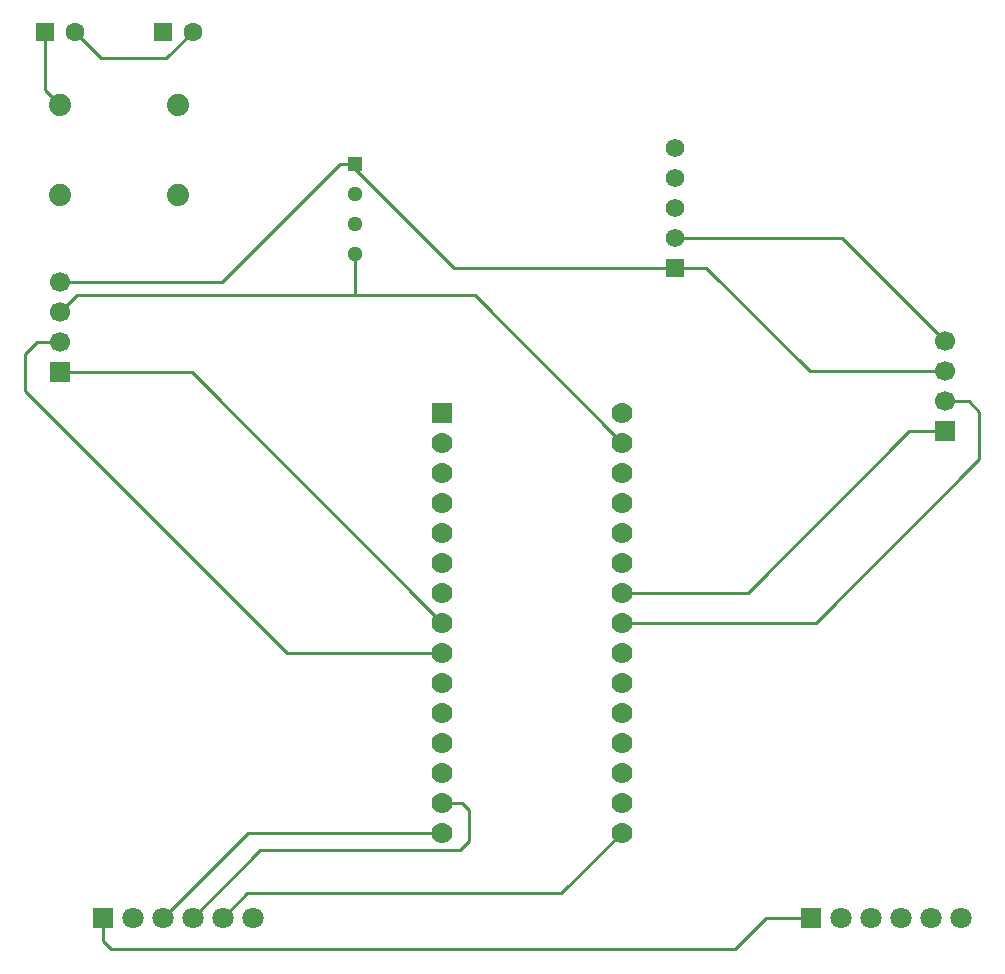
<source format=gtl>
G04 Layer: TopLayer*
G04 EasyEDA v6.3.22, 2020-03-31T08:42:04+02:00*
G04 b3c3d6b0667040ab911614f37c22b570,3b99274aeb534a2f9f455a051d55cec3,10*
G04 Gerber Generator version 0.2*
G04 Scale: 100 percent, Rotated: No, Reflected: No *
G04 Dimensions in millimeters *
G04 leading zeros omitted , absolute positions ,3 integer and 3 decimal *
%FSLAX33Y33*%
%MOMM*%
G90*
G71D02*

%ADD10C,0.254000*%
%ADD11C,0.259994*%
%ADD12C,1.574800*%
%ADD13R,1.574800X1.574800*%
%ADD14R,1.295400X1.295400*%
%ADD15C,1.295400*%
%ADD16R,1.699997X1.699997*%
%ADD17C,1.699997*%
%ADD18C,1.799996*%
%ADD19R,1.799996X1.799996*%
%ADD20R,1.778000X1.778000*%
%ADD21C,1.778000*%
%ADD22R,1.599997X1.599997*%
%ADD23C,1.599997*%
%ADD24C,1.879600*%

%LPD*%
G54D11*
G01X9999Y73810D02*
G01X8729Y75080D01*
G01X8729Y80000D01*
G01X42379Y12220D02*
G01X25951Y12220D01*
G01X18729Y4998D01*
G01X42379Y14760D02*
G01X44091Y14760D01*
G01X44704Y14148D01*
G01X44704Y11481D01*
G01X43921Y10698D01*
G01X26969Y10698D01*
G01X21269Y4998D01*
G01X9999Y53728D02*
G01X8084Y53728D01*
G01X7112Y52756D01*
G01X7112Y49581D01*
G01X29232Y27460D01*
G01X42379Y27460D01*
G01X42379Y30000D02*
G01X21188Y51188D01*
G01X9999Y51188D01*
G01X72118Y4998D02*
G01X69844Y4998D01*
G01X67183Y2337D01*
G01X14351Y2337D01*
G01X13649Y3038D01*
G01X13649Y4998D01*
G01X73649Y4998D02*
G01X72118Y4998D01*
G01X85001Y53810D02*
G01X76276Y62535D01*
G01X62103Y62535D01*
G01X35001Y57709D02*
G01X35001Y61188D01*
G01X57619Y45240D02*
G01X45151Y57709D01*
G01X35001Y57709D01*
G01X35001Y57709D02*
G01X11440Y57709D01*
G01X9999Y56268D01*
G01X11269Y80000D02*
G01X13495Y77775D01*
G01X19044Y77775D01*
G01X21269Y80000D01*
G01X85001Y51270D02*
G01X73494Y51270D01*
G01X64770Y59995D01*
G01X63522Y59995D01*
G01X62103Y59995D02*
G01X63522Y59995D01*
G01X9999Y58808D02*
G01X23721Y58808D01*
G01X33721Y68808D01*
G01X35001Y68808D02*
G01X34551Y68808D01*
G01X34551Y68808D02*
G01X33721Y68808D01*
G01X34551Y68808D02*
G01X43365Y59995D01*
G01X62103Y59995D01*
G01X83517Y46190D02*
G01X81953Y46190D01*
G01X68303Y32540D01*
G01X57619Y32540D01*
G01X85001Y46190D02*
G01X83517Y46190D01*
G01X57619Y12220D02*
G01X52466Y7063D01*
G01X25874Y7063D01*
G01X23809Y4998D01*
G01X57619Y12220D02*
G01X52466Y7063D01*
G01X25874Y7063D01*
G01X23809Y4998D01*
G54D10*
G01X85001Y48730D02*
G01X86956Y48730D01*
G01X87884Y47803D01*
G01X87884Y43866D01*
G01X74018Y30000D01*
G01X57619Y30000D01*
G54D12*
G01X62103Y70155D03*
G01X62103Y67615D03*
G01X62103Y65075D03*
G01X62103Y62535D03*
G54D13*
G01X62103Y59995D03*
G54D14*
G01X34999Y68810D03*
G54D15*
G01X35000Y66270D03*
G01X35000Y63730D03*
G01X35000Y61190D03*
G54D16*
G01X9999Y51190D03*
G54D17*
G01X9999Y53730D03*
G01X9999Y56270D03*
G01X9999Y58810D03*
G54D16*
G01X85000Y46190D03*
G54D17*
G01X85000Y48730D03*
G01X85000Y51270D03*
G01X85000Y53810D03*
G54D18*
G01X26349Y4999D03*
G01X23809Y4999D03*
G01X21269Y4999D03*
G01X18729Y4999D03*
G01X16189Y4999D03*
G54D19*
G01X13649Y4999D03*
G54D20*
G01X42379Y47779D03*
G54D21*
G01X42379Y45239D03*
G01X42379Y42699D03*
G01X42379Y40159D03*
G01X42379Y37619D03*
G01X42379Y35079D03*
G01X42379Y32539D03*
G01X42379Y29999D03*
G01X42379Y27459D03*
G01X42379Y24919D03*
G01X42379Y22379D03*
G01X42379Y19839D03*
G01X42379Y17299D03*
G01X42379Y14759D03*
G01X42379Y12219D03*
G01X57619Y47779D03*
G01X57619Y45239D03*
G01X57619Y42699D03*
G01X57619Y40159D03*
G01X57619Y37619D03*
G01X57619Y35079D03*
G01X57619Y32539D03*
G01X57619Y29999D03*
G01X57619Y27459D03*
G01X57619Y24919D03*
G01X57619Y22379D03*
G01X57619Y19839D03*
G01X57619Y17299D03*
G01X57619Y14759D03*
G01X57619Y12219D03*
G54D22*
G01X18729Y80000D03*
G54D23*
G01X21269Y80000D03*
G54D22*
G01X8729Y80000D03*
G54D23*
G01X11269Y80000D03*
G54D18*
G01X86350Y4999D03*
G01X83810Y4999D03*
G01X81270Y4999D03*
G01X78730Y4999D03*
G01X76190Y4999D03*
G54D19*
G01X73650Y4999D03*
G54D24*
G01X19999Y73810D03*
G01X19999Y66190D03*
G01X9999Y73810D03*
G01X9999Y66190D03*
M00*
M02*

</source>
